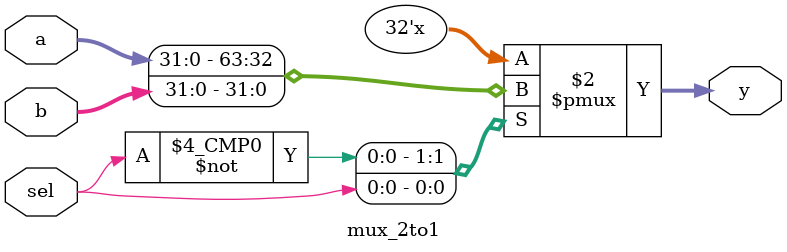
<source format=sv>
`timescale 1ns/1ps

module mux_2to1 #(parameter W=32)(
  input  logic [W-1:0] a,
  input  logic [W-1:0] b,
  input  logic         sel,
  output logic [W-1:0] y
);
  always_comb begin
    unique case (sel)
      1'b0: y = a;
      1'b1: y = b;
    endcase
  end
endmodule


</source>
